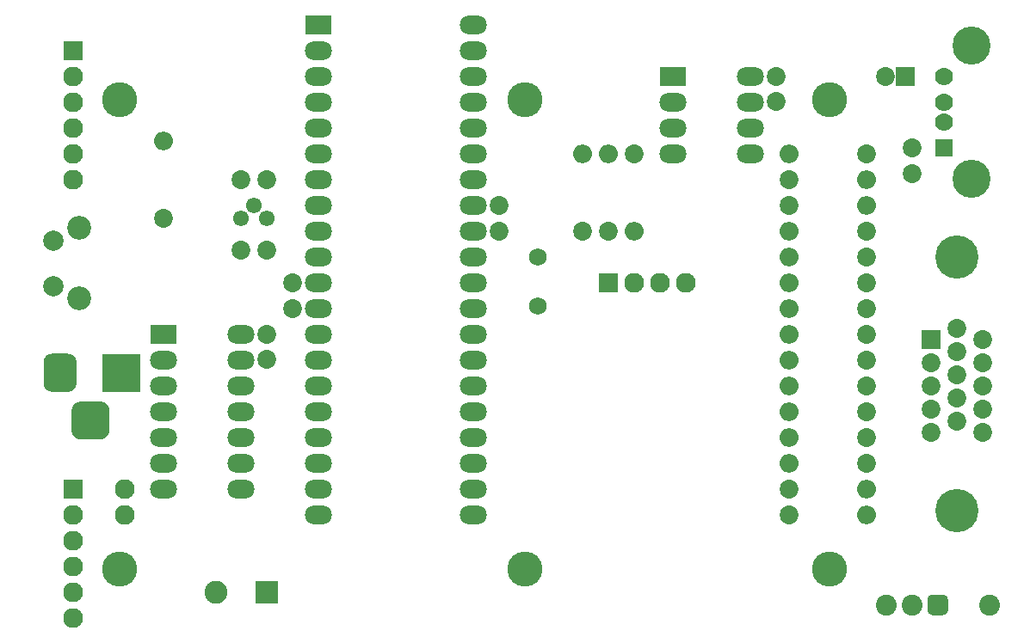
<source format=gts>
%TF.GenerationSoftware,KiCad,Pcbnew,(5.1.6)-1*%
%TF.CreationDate,2020-11-22T19:56:56-08:00*%
%TF.ProjectId,vgavt1593,76676176-7431-4353-9933-2e6b69636164,1*%
%TF.SameCoordinates,Original*%
%TF.FileFunction,Soldermask,Top*%
%TF.FilePolarity,Negative*%
%FSLAX46Y46*%
G04 Gerber Fmt 4.6, Leading zero omitted, Abs format (unit mm)*
G04 Created by KiCad (PCBNEW (5.1.6)-1) date 2020-11-22 19:56:56*
%MOMM*%
%LPD*%
G01*
G04 APERTURE LIST*
%ADD10C,2.354000*%
%ADD11C,2.004000*%
%ADD12C,1.854000*%
%ADD13R,1.854000X1.854000*%
%ADD14O,1.854000X1.854000*%
%ADD15C,4.254000*%
%ADD16O,1.954000X1.954000*%
%ADD17R,1.954000X1.954000*%
%ADD18C,2.054000*%
%ADD19O,2.654000X1.854000*%
%ADD20R,2.654000X1.854000*%
%ADD21C,1.554000*%
%ADD22C,3.754000*%
%ADD23R,1.778000X1.778000*%
%ADD24C,1.778000*%
%ADD25C,2.254000*%
%ADD26R,2.254000X2.254000*%
%ADD27C,1.954000*%
%ADD28R,3.754000X3.754000*%
%ADD29C,1.754000*%
%ADD30C,3.454000*%
G04 APERTURE END LIST*
D10*
X32335000Y-54935000D03*
D11*
X29845000Y-53685000D03*
X29845000Y-49185000D03*
D10*
X32335000Y-47925000D03*
D12*
X111665000Y-33020000D03*
D13*
X113665000Y-33020000D03*
D14*
X109855000Y-76200000D03*
D12*
X102235000Y-76200000D03*
D14*
X109855000Y-73660000D03*
D12*
X102235000Y-73660000D03*
D14*
X102235000Y-71120000D03*
D12*
X109855000Y-71120000D03*
D14*
X102235000Y-68580000D03*
D12*
X109855000Y-68580000D03*
D14*
X102235000Y-66040000D03*
D12*
X109855000Y-66040000D03*
D14*
X102235000Y-63500000D03*
D12*
X109855000Y-63500000D03*
D14*
X102235000Y-60960000D03*
D12*
X109855000Y-60960000D03*
D14*
X102235000Y-58420000D03*
D12*
X109855000Y-58420000D03*
D14*
X102235000Y-55880000D03*
D12*
X109855000Y-55880000D03*
D14*
X102235000Y-53340000D03*
D12*
X109855000Y-53340000D03*
D14*
X102235000Y-50800000D03*
D12*
X109855000Y-50800000D03*
D14*
X102235000Y-48260000D03*
D12*
X109855000Y-48260000D03*
D14*
X109855000Y-45720000D03*
D12*
X102235000Y-45720000D03*
D14*
X109855000Y-43180000D03*
D12*
X102235000Y-43180000D03*
D14*
X102235000Y-40640000D03*
D12*
X109855000Y-40640000D03*
D14*
X86995000Y-48260000D03*
D12*
X86995000Y-40640000D03*
D14*
X84455000Y-40640000D03*
D12*
X84455000Y-48260000D03*
D14*
X81915000Y-40640000D03*
D12*
X81915000Y-48260000D03*
D14*
X40640000Y-39370000D03*
D12*
X40640000Y-46990000D03*
D15*
X118705000Y-50793800D03*
X118705000Y-75793800D03*
D12*
X121285000Y-68138800D03*
X121285000Y-65848800D03*
X121285000Y-63558800D03*
X121285000Y-61268800D03*
X121285000Y-58978800D03*
X118745000Y-66993800D03*
X118745000Y-64703800D03*
X118745000Y-62413800D03*
X118745000Y-60123800D03*
X118745000Y-57833800D03*
X116205000Y-68138800D03*
X116205000Y-65848800D03*
X116205000Y-63558800D03*
X116205000Y-61268800D03*
D13*
X116205000Y-58978800D03*
D16*
X31750000Y-86360000D03*
X31750000Y-83820000D03*
X31750000Y-81280000D03*
X31750000Y-78740000D03*
X31750000Y-76200000D03*
D17*
X31750000Y-73660000D03*
D18*
X121920000Y-85090000D03*
G36*
G01*
X117867000Y-84576500D02*
X117867000Y-85603500D01*
G75*
G02*
X117353500Y-86117000I-513500J0D01*
G01*
X116326500Y-86117000D01*
G75*
G02*
X115813000Y-85603500I0J513500D01*
G01*
X115813000Y-84576500D01*
G75*
G02*
X116326500Y-84063000I513500J0D01*
G01*
X117353500Y-84063000D01*
G75*
G02*
X117867000Y-84576500I0J-513500D01*
G01*
G37*
X114300000Y-85090000D03*
X111760000Y-85090000D03*
D19*
X48260000Y-58420000D03*
X40640000Y-73660000D03*
X48260000Y-60960000D03*
X40640000Y-71120000D03*
X48260000Y-63500000D03*
X40640000Y-68580000D03*
X48260000Y-66040000D03*
X40640000Y-66040000D03*
X48260000Y-68580000D03*
X40640000Y-63500000D03*
X48260000Y-71120000D03*
X40640000Y-60960000D03*
X48260000Y-73660000D03*
D20*
X40640000Y-58420000D03*
X90805000Y-33020000D03*
D19*
X98425000Y-40640000D03*
X90805000Y-35560000D03*
X98425000Y-38100000D03*
X90805000Y-38100000D03*
X98425000Y-35560000D03*
X90805000Y-40640000D03*
X98425000Y-33020000D03*
X71120000Y-27940000D03*
X55880000Y-76200000D03*
X71120000Y-30480000D03*
X55880000Y-73660000D03*
X71120000Y-33020000D03*
X55880000Y-71120000D03*
X71120000Y-35560000D03*
X55880000Y-68580000D03*
X71120000Y-38100000D03*
X55880000Y-66040000D03*
X71120000Y-40640000D03*
X55880000Y-63500000D03*
X71120000Y-43180000D03*
X55880000Y-60960000D03*
X71120000Y-45720000D03*
X55880000Y-58420000D03*
X71120000Y-48260000D03*
X55880000Y-55880000D03*
X71120000Y-50800000D03*
X55880000Y-53340000D03*
X71120000Y-53340000D03*
X55880000Y-50800000D03*
X71120000Y-55880000D03*
X55880000Y-48260000D03*
X71120000Y-58420000D03*
X55880000Y-45720000D03*
X71120000Y-60960000D03*
X55880000Y-43180000D03*
X71120000Y-63500000D03*
X55880000Y-40640000D03*
X71120000Y-66040000D03*
X55880000Y-38100000D03*
X71120000Y-68580000D03*
X55880000Y-35560000D03*
X71120000Y-71120000D03*
X55880000Y-33020000D03*
X71120000Y-73660000D03*
X55880000Y-30480000D03*
X71120000Y-76200000D03*
D20*
X55880000Y-27940000D03*
D12*
X114300000Y-42576000D03*
X114300000Y-40076000D03*
D21*
X49530000Y-45720000D03*
X50800000Y-46990000D03*
X48260000Y-46990000D03*
D22*
X120185000Y-30006000D03*
X120185000Y-43146000D03*
D23*
X117475000Y-40076000D03*
D24*
X117475000Y-37576000D03*
X117475000Y-35576000D03*
X117475000Y-33076000D03*
D25*
X45800000Y-83820000D03*
D26*
X50800000Y-83820000D03*
D12*
X50800000Y-60920000D03*
X50800000Y-58420000D03*
X50800000Y-43180000D03*
X48300000Y-43180000D03*
X50800000Y-50165000D03*
X48300000Y-50165000D03*
X100965000Y-33020000D03*
X100965000Y-35520000D03*
X73660000Y-45760000D03*
X73660000Y-48260000D03*
X53340000Y-53380000D03*
X53340000Y-55880000D03*
D16*
X36830000Y-76200000D03*
D27*
X36830000Y-73660000D03*
D16*
X31750000Y-43180000D03*
X31750000Y-40640000D03*
X31750000Y-38100000D03*
X31750000Y-35560000D03*
X31750000Y-33020000D03*
D17*
X31750000Y-30480000D03*
D28*
X36480000Y-62230000D03*
G36*
G01*
X28853000Y-63293500D02*
X28853000Y-61166500D01*
G75*
G02*
X29666500Y-60353000I813500J0D01*
G01*
X31293500Y-60353000D01*
G75*
G02*
X32107000Y-61166500I0J-813500D01*
G01*
X32107000Y-63293500D01*
G75*
G02*
X31293500Y-64107000I-813500J0D01*
G01*
X29666500Y-64107000D01*
G75*
G02*
X28853000Y-63293500I0J813500D01*
G01*
G37*
G36*
G01*
X31603000Y-67868500D02*
X31603000Y-65991500D01*
G75*
G02*
X32541500Y-65053000I938500J0D01*
G01*
X34418500Y-65053000D01*
G75*
G02*
X35357000Y-65991500I0J-938500D01*
G01*
X35357000Y-67868500D01*
G75*
G02*
X34418500Y-68807000I-938500J0D01*
G01*
X32541500Y-68807000D01*
G75*
G02*
X31603000Y-67868500I0J938500D01*
G01*
G37*
D16*
X92075000Y-53340000D03*
X89535000Y-53340000D03*
X86995000Y-53340000D03*
D17*
X84455000Y-53340000D03*
D29*
X77470000Y-50800000D03*
X77470000Y-55680000D03*
D30*
X106172000Y-81534000D03*
X76200000Y-81534000D03*
X36322000Y-81534000D03*
X106172000Y-35306000D03*
X76200000Y-35306000D03*
X36322000Y-35306000D03*
M02*

</source>
